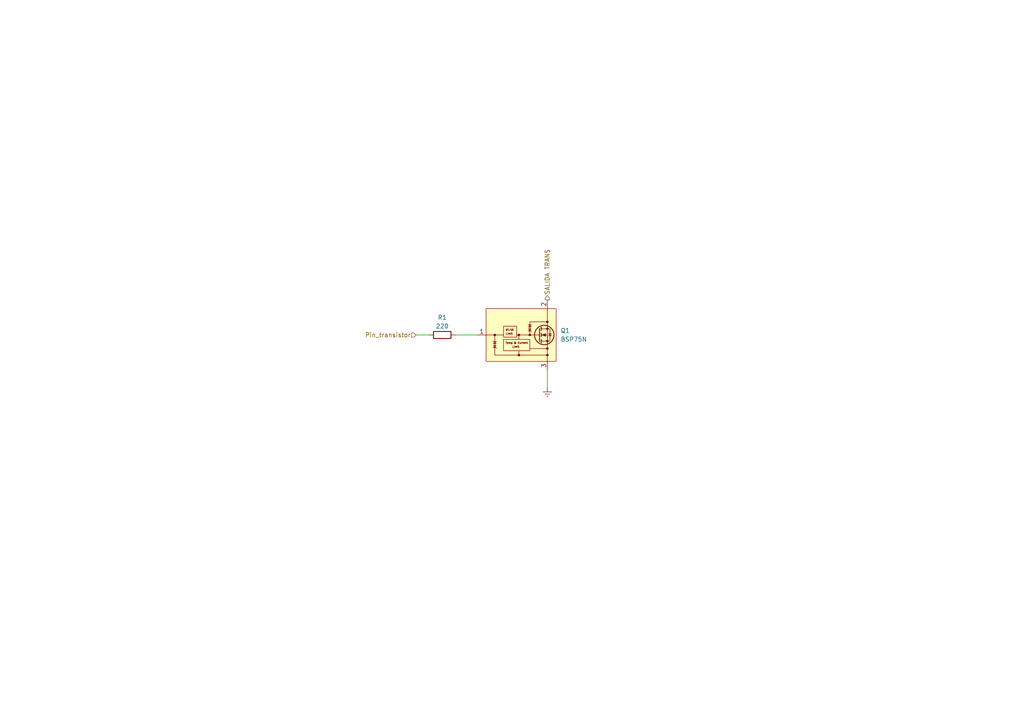
<source format=kicad_sch>
(kicad_sch (version 20230121) (generator eeschema)
  (paper "A4")
  (lib_symbols
    (symbol "Device:R" (pin_numbers hide) (pin_names (offset 0))
      (property "Reference" "R" (at 2.032 0 90))
      (property "Value" "R" (at 0 0 90))
      (symbol "R_0_1"
        (rectangle (start -1.016 -2.54) (end 1.016 2.54) (stroke (width 0.254)))
      )
      (symbol "R_1_1"
        (pin passive line (at 0 3.81 270) (length 1.27) (name "~") (number "1"))
        (pin passive line (at 0 -3.81 90) (length 1.27) (name "~") (number "2"))
      )
    )
    (symbol "Driver_FET:BSP75N" (pin_names (offset 0) hide)
      (property "Reference" "Q" (at 5.08 8.89 0))
      (property "Value" "BSP75N" (at -10.16 8.89 0))
      (symbol "BSP75N_0_0"
        (rectangle (start -10.16 7.62) (end 10.16 -7.62) (fill (type background)))
        (polyline (pts (xy 7.62 2.54) (xy 7.62 -7.62)))
        (polyline (pts (xy 7.62 2.54) (xy 7.62 7.62)))
        (polyline (pts (xy -0.635 -1.27) (xy -0.635 -0.635) (xy -0.635 0)))
        (polyline (pts (xy 2.54 0) (xy 2.54 3.81) (xy 7.62 3.81)))
        (polyline (pts (xy 7.62 -5.842) (xy -0.635 -5.842) (xy -0.635 -4.572)))
        (polyline (pts (xy -0.635 -5.842) (xy -7.62 -5.842) (xy -7.62 0) (xy -5.08 0)))
        (text "Limit" (at -1.524 -3.429 0) (effects (font (size 0.5334 0.5334))))
        (text "Temp & Current" (at -1.27 -2.286 0) (effects (font (size 0.5334 0.5334))))
      )
      (symbol "BSP75N_0_1"
        (rectangle (start -5.08 -1.27) (end 2.54 -4.572))
        (polyline (pts (xy -7.62 0) (xy -10.16 0)))
        (polyline (pts (xy 7.62 -3.937) (xy 2.667 -3.937)))
      )
      (symbol "BSP75N_1_1"
        (circle (center -7.62 0) (radius 0.2794) (fill (type outline)))
        (rectangle (start -5.08 2.54) (end -1.27 -0.635))
        (circle (center -0.635 -5.842) (radius 0.2794) (fill (type outline)))
        (circle (center -0.635 0) (radius 0.2794) (fill (type outline)))
        (polyline (pts (xy 2.54 0) (xy -1.27 0)))
        (polyline (pts (xy 2.54 0) (xy 5.334 0)))
        (polyline (pts (xy 5.842 -1.778) (xy 7.62 -1.778)))
        (polyline (pts (xy 5.842 -1.27) (xy 5.842 -2.286)) (stroke (width 0.254)))
        (polyline (pts (xy 5.842 0) (xy 7.62 0)))
        (polyline (pts (xy 5.842 0.508) (xy 5.842 -0.508)) (stroke (width 0.254)))
        (polyline (pts (xy 5.842 1.778) (xy 7.62 1.778)))
        (polyline (pts (xy 5.842 2.286) (xy 5.842 1.27)) (stroke (width 0.254)))
        (polyline (pts (xy 7.62 -1.778) (xy 7.62 -2.54)))
        (polyline (pts (xy 7.62 -1.778) (xy 7.62 0)))
        (polyline (pts (xy 7.62 2.54) (xy 7.62 1.778)))
        (polyline (pts (xy 5.334 1.905) (xy 5.334 -1.905) (xy 5.334 -1.905)) (stroke (width 0.254)))
        (polyline (pts (xy -8.128 -1.778) (xy -8.001 -1.905) (xy -7.239 -1.905) (xy -7.112 -2.032)))
        (polyline (pts (xy -7.62 -3.683) (xy -7.239 -3.048) (xy -8.001 -3.048) (xy -7.62 -3.683)))
        (polyline (pts (xy -7.62 -1.905) (xy -8.001 -2.54) (xy -7.239 -2.54) (xy -7.62 -1.905)))
        (polyline (pts (xy -7.112 -3.81) (xy -7.239 -3.683) (xy -8.001 -3.683) (xy -8.128 -3.556)))
        (polyline (pts (xy 2.032 3.048) (xy 2.159 2.921) (xy 2.921 2.921) (xy 3.048 2.794)))
        (polyline (pts (xy 2.54 1.143) (xy 2.921 1.778) (xy 2.159 1.778) (xy 2.54 1.143)))
        (polyline (pts (xy 2.54 2.921) (xy 2.159 2.286) (xy 2.921 2.286) (xy 2.54 2.921)))
        (polyline (pts (xy 3.048 1.016) (xy 2.921 1.143) (xy 2.159 1.143) (xy 2.032 1.27)))
        (polyline (pts (xy 6.096 0) (xy 7.112 0.381) (xy 7.112 -0.381) (xy 6.096 0)) (fill (type outline)))
        (polyline (pts (xy 7.62 -1.778) (xy 8.382 -1.778) (xy 8.382 1.778) (xy 7.62 1.778)))
        (polyline (pts (xy 7.874 0.508) (xy 8.001 0.381) (xy 8.763 0.381) (xy 8.89 0.254)))
        (polyline (pts (xy 8.382 0.381) (xy 8.001 -0.254) (xy 8.763 -0.254) (xy 8.382 0.381)))
        (circle (center 2.54 0) (radius 0.2794) (fill (type outline)))
        (circle (center 6.731 0) (radius 2.8194) (stroke (width 0.254)))
        (circle (center 7.62 -5.842) (radius 0.2794) (fill (type outline)))
        (circle (center 7.62 -3.937) (radius 0.2794) (fill (type outline)))
        (circle (center 7.62 -1.778) (radius 0.2794) (fill (type outline)))
        (circle (center 7.62 1.778) (radius 0.2794) (fill (type outline)))
        (circle (center 7.62 3.81) (radius 0.2794) (fill (type outline)))
        (text "dV/dt" (at -3.302 1.524 0) (effects (font (size 0.5334 0.5334))))
        (text "Limit" (at -3.429 0.381 0) (effects (font (size 0.5334 0.5334))))
        (pin input line (at -12.7 0 0) (length 2.54) (name "G") (number "1"))
        (pin passive line (at 7.62 10.16 270) (length 2.54) (name "D") (number "2"))
        (pin passive line (at 7.62 -10.16 90) (length 2.54) (name "S") (number "3"))
        (pin passive line (at 7.62 -10.16 90) (length 2.54) hide (name "S") (number "4"))
      )
    )
    (symbol "power:Earth" (power) (pin_names (offset 0))
      (symbol "Earth_0_1"
        (polyline (pts (xy -0.635 -1.905) (xy 0.635 -1.905)))
        (polyline (pts (xy -0.127 -2.54) (xy 0.127 -2.54)))
        (polyline (pts (xy 0 -1.27) (xy 0 0)))
        (polyline (pts (xy 1.27 -1.27) (xy -1.27 -1.27)))
      )
      (symbol "Earth_1_1"
        (pin power_in line (at 0 0 270) (length 0) hide (name "Earth") (number "1"))
      )
    )
  )
  (wire (pts (xy 120.65 97.155) (xy 124.46 97.155)))
  (wire (pts (xy 132.08 97.155) (xy 138.43 97.155)))
  (wire (pts (xy 158.75 107.315) (xy 158.75 112.395)))
  (hierarchical_label "Pin_transistor" (shape input) (at 120.65 97.155 180))
  (hierarchical_label "SALIDA TRANS" (shape output) (at 158.75 86.995 90))
  (symbol (lib_id "power:Earth") (at 158.75 112.395 0) (unit 1)
    (property "Reference" "#PWR05" (effects hide))
    (property "Value" "Earth" (effects hide))
  )
  (symbol (lib_id "Driver_FET:BSP75N") (at 151.13 97.155 0) (unit 1)
    (property "Reference" "Q1" (at 162.56 95.8849 0) (effects (justify left)))
    (property "Value" "BSP75N" (at 162.56 98.4249 0) (effects (justify left)))
    (property "Footprint" "Package_TO_SOT_SMD:SOT-223" (effects hide))
    (property "Datasheet" "https://www.infineon.com/dgdl/Infineon-BSP75N-DS-v01_04-en.pdf?fileId=db3a30431ed1d7b2011f471f5a0256d1" (effects hide))
    (instances (project "KISS" (path "" (reference "Q1") (unit 1)) (path "" (reference "Q6") (unit 1))) (project "KISS_V2" (path "" (reference "Q2") (unit 1))))
  )
  (symbol (lib_id "Device:R") (at 128.27 97.155 90) (unit 1)
    (property "Reference" "R1" (at 128.27 92.075 90))
    (property "Value" "220" (at 128.27 94.615 90))
    (property "Footprint" "Resistor_SMD:R_0603_1608Metric" (effects hide))
    (instances (project "KISS_V2" (path "" (reference "R1") (unit 1)) (path "" (reference "R4") (unit 1))))
  )
)
</source>
